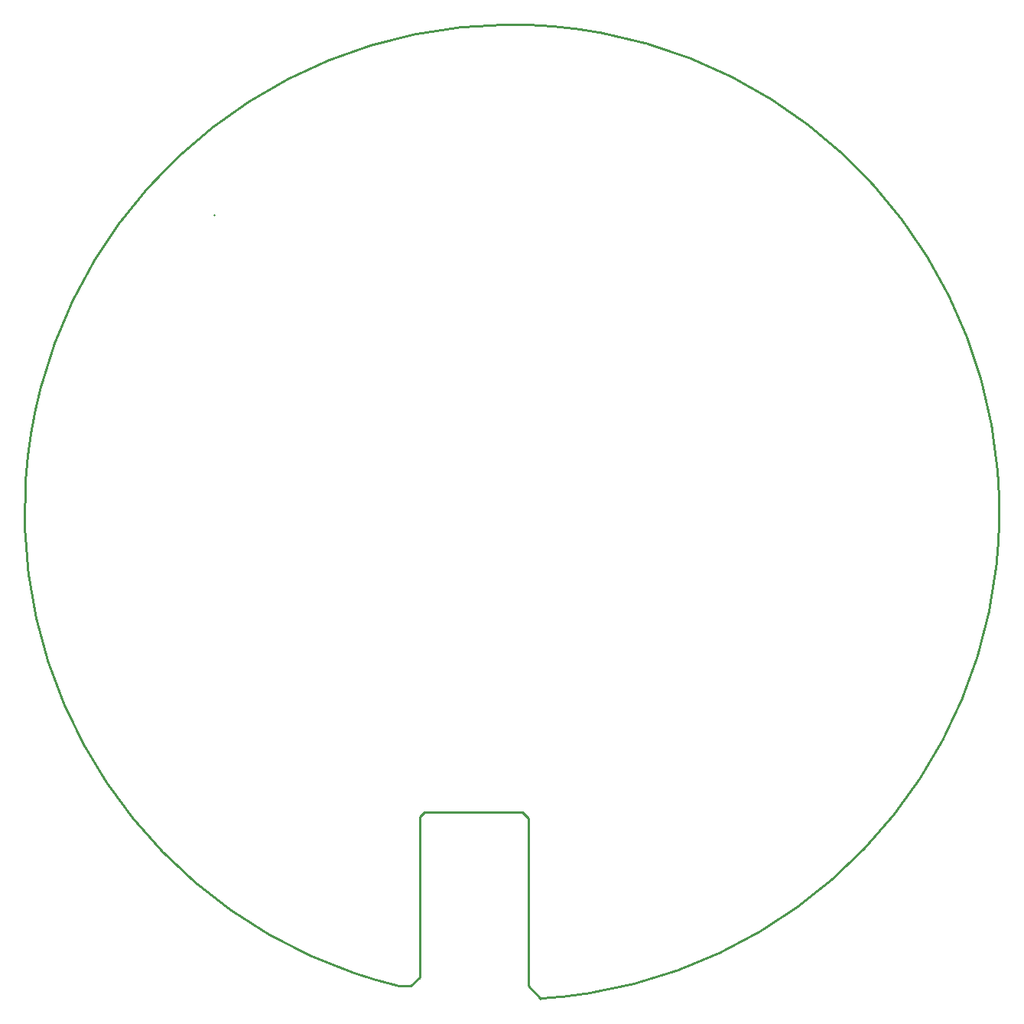
<source format=gm1>
G04 Layer_Color=16711935*
%FSLAX42Y42*%
%MOMM*%
G71*
G01*
G75*
%ADD14C,0.25*%
D14*
X11824Y6117D02*
G03*
X10254Y6254I-320J5386D01*
G01*
X10254D02*
X10384D01*
X11684Y6257D02*
X11824Y6117D01*
X10384Y6254D02*
X10485Y6355D01*
X11684Y6257D02*
Y8115D01*
X11615Y8184D02*
X11684Y8115D01*
X10538Y8184D02*
X11615D01*
X10485Y8131D02*
X10538Y8184D01*
X10485Y6355D02*
Y8131D01*
X8204Y14796D02*
Y14796D01*
M02*

</source>
